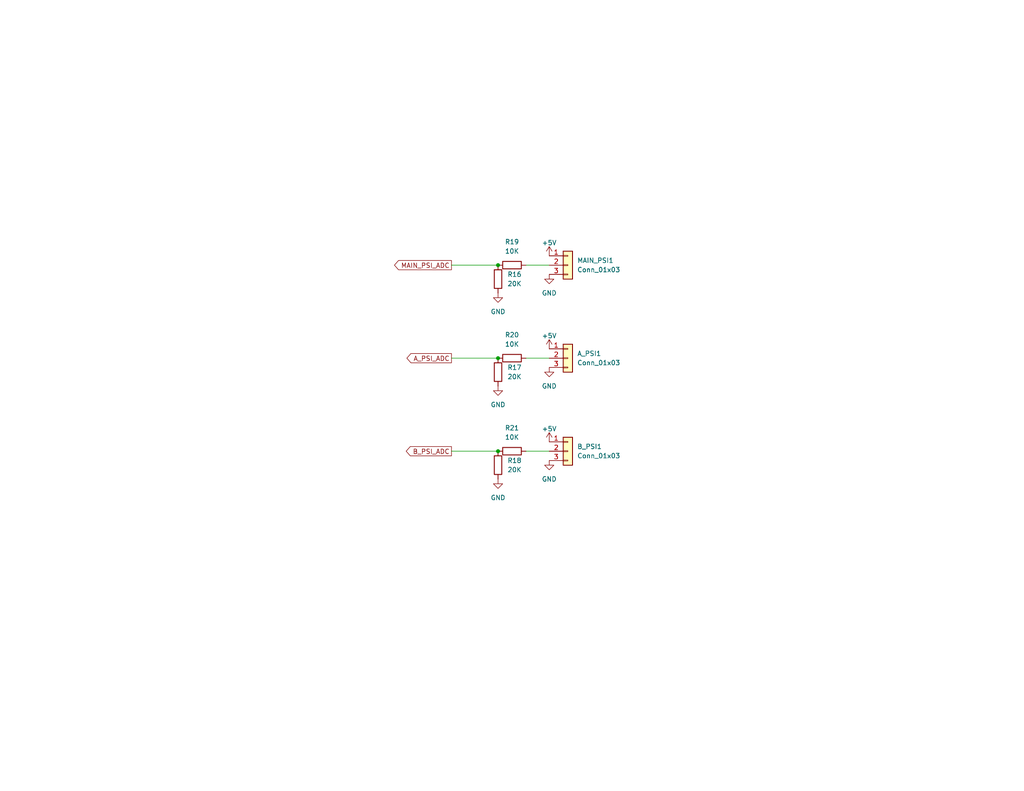
<source format=kicad_sch>
(kicad_sch (version 20211123) (generator eeschema)
  (paper "A")
  (title_block (title "Pressure Sensors") (date "2022-10-17") (rev "1") (company "i3Detroit"))
  (lib_symbols
    (symbol "Connector_Generic:Conn_01x03" (pin_names (offset 1.016) hide)
      (property "Reference" "J" (at 0 5.08 0))
      (property "Value" "Conn_01x03" (at 0 -5.08 0))
      (symbol "Conn_01x03_1_1"
        (rectangle (start -1.27 -2.413) (end 0 -2.667) (stroke (width 0.1524)))
        (rectangle (start -1.27 0.127) (end 0 -0.127) (stroke (width 0.1524)))
        (rectangle (start -1.27 2.667) (end 0 2.413) (stroke (width 0.1524)))
        (rectangle (start -1.27 3.81) (end 1.27 -3.81) (stroke (width 0.254)) (fill (type background)))
        (pin passive line (at -5.08 2.54 0) (length 3.81) (name "Pin_1") (number "1"))
        (pin passive line (at -5.08 0 0) (length 3.81) (name "Pin_2") (number "2"))
        (pin passive line (at -5.08 -2.54 0) (length 3.81) (name "Pin_3") (number "3"))
      )
    )
    (symbol "Device:R" (pin_numbers hide) (pin_names (offset 0))
      (property "Reference" "R" (at 2.032 0 90))
      (property "Value" "R" (at 0 0 90))
      (symbol "R_0_1"
        (rectangle (start -1.016 -2.54) (end 1.016 2.54) (stroke (width 0.254)))
      )
      (symbol "R_1_1"
        (pin passive line (at 0 3.81 270) (length 1.27) (name "~") (number "1"))
        (pin passive line (at 0 -3.81 90) (length 1.27) (name "~") (number "2"))
      )
    )
    (symbol "power:+5V" (power) (pin_names (offset 0))
      (property "Value" "+5V" (at 0 3.556 0))
      (symbol "+5V_0_1"
        (polyline (pts (xy -0.762 1.27) (xy 0 2.54)))
        (polyline (pts (xy 0 0) (xy 0 2.54)))
        (polyline (pts (xy 0 2.54) (xy 0.762 1.27)))
      )
      (symbol "+5V_1_1"
        (pin power_in line (at 0 0 90) (length 0) hide (name "+5V") (number "1"))
      )
    )
    (symbol "power:GND" (power) (pin_names (offset 0))
      (property "Value" "GND" (at 0 -3.81 0))
      (symbol "GND_0_1"
        (polyline (pts (xy 0 0) (xy 0 -1.27) (xy 1.27 -1.27) (xy 0 -2.54) (xy -1.27 -1.27) (xy 0 -1.27)))
      )
      (symbol "GND_1_1"
        (pin power_in line (at 0 0 270) (length 0) hide (name "GND") (number "1"))
      )
    )
  )
  (junction (at 135.89 72.39))
  (junction (at 135.89 123.19))
  (junction (at 135.89 97.79))
  (wire (pts (xy 123.19 123.19) (xy 135.89 123.19)))
  (wire (pts (xy 123.19 97.79) (xy 135.89 97.79)))
  (wire (pts (xy 143.51 72.39) (xy 149.86 72.39)))
  (wire (pts (xy 123.19 72.39) (xy 135.89 72.39)))
  (wire (pts (xy 143.51 123.19) (xy 149.86 123.19)))
  (wire (pts (xy 143.51 97.79) (xy 149.86 97.79)))
  (global_label "MAIN_PSI_ADC" (shape output) (at 123.19 72.39 180) (property "Intersheet References" "${INTERSHEET_REFS}" (at 107.6536 72.3106 0) (effects (justify right))))
  (global_label "B_PSI_ADC" (shape output) (at 123.19 123.19 180) (property "Intersheet References" "${INTERSHEET_REFS}" (at 110.8588 123.1106 0) (effects (justify right))))
  (global_label "A_PSI_ADC" (shape output) (at 123.19 97.79 180) (property "Intersheet References" "${INTERSHEET_REFS}" (at 111.0402 97.7106 0) (effects (justify right))))
  (symbol (lib_id "Connector_Generic:Conn_01x03") (at 154.94 72.39 0) (unit 1)
    (property "Reference" "MAIN_PSI1" (at 157.48 71.1199 0) (effects (justify left)))
    (property "Value" "Conn_01x03" (at 157.48 73.6599 0) (effects (justify left)))
    (property "Footprint" "Connector_JST:JST_PH_B3B-PH-K_1x03_P2.00mm_Vertical" (effects hide))
  )
  (symbol (lib_id "Device:R") (at 139.7 97.79 90) (unit 1)
    (property "Reference" "R20" (at 139.7 91.44 90))
    (property "Value" "10K" (at 139.7 93.98 90))
    (property "Footprint" "Resistor_SMD:R_0603_1608Metric" (effects hide))
  )
  (symbol (lib_id "Device:R") (at 135.89 101.6 180) (unit 1)
    (property "Reference" "R17" (at 138.43 100.3299 0) (effects (justify right)))
    (property "Value" "20K" (at 138.43 102.8699 0) (effects (justify right)))
    (property "Footprint" "Resistor_SMD:R_0603_1608Metric" (effects hide))
  )
  (symbol (lib_id "power:GND") (at 135.89 80.01 0) (unit 1)
    (property "Reference" "#PWR047" (effects hide))
    (property "Value" "GND" (at 135.89 85.09 0))
  )
  (symbol (lib_id "power:GND") (at 149.86 125.73 0) (unit 1)
    (property "Reference" "#PWR055" (effects hide))
    (property "Value" "GND" (at 149.86 130.81 0))
  )
  (symbol (lib_id "Device:R") (at 139.7 123.19 90) (unit 1)
    (property "Reference" "R21" (at 139.7 116.84 90))
    (property "Value" "10K" (at 139.7 119.38 90))
    (property "Footprint" "Resistor_SMD:R_0603_1608Metric" (effects hide))
  )
  (symbol (lib_id "power:GND") (at 135.89 105.41 0) (unit 1)
    (property "Reference" "#PWR048" (effects hide))
    (property "Value" "GND" (at 135.89 110.49 0))
  )
  (symbol (lib_id "Device:R") (at 135.89 127 180) (unit 1)
    (property "Reference" "R18" (at 138.43 125.7299 0) (effects (justify right)))
    (property "Value" "20K" (at 138.43 128.2699 0) (effects (justify right)))
    (property "Footprint" "Resistor_SMD:R_0603_1608Metric" (effects hide))
  )
  (symbol (lib_id "power:GND") (at 149.86 74.93 0) (unit 1)
    (property "Reference" "#PWR051" (effects hide))
    (property "Value" "GND" (at 149.86 80.01 0))
  )
  (symbol (lib_id "Device:R") (at 135.89 76.2 180) (unit 1)
    (property "Reference" "R16" (at 138.43 74.9299 0) (effects (justify right)))
    (property "Value" "20K" (at 138.43 77.4699 0) (effects (justify right)))
    (property "Footprint" "Resistor_SMD:R_0603_1608Metric" (effects hide))
  )
  (symbol (lib_id "Device:R") (at 139.7 72.39 90) (unit 1)
    (property "Reference" "R19" (at 139.7 66.04 90))
    (property "Value" "10K" (at 139.7 68.58 90))
    (property "Footprint" "Resistor_SMD:R_0603_1608Metric" (effects hide))
  )
  (symbol (lib_id "Connector_Generic:Conn_01x03") (at 154.94 97.79 0) (unit 1)
    (property "Reference" "A_PSI1" (at 157.48 96.5199 0) (effects (justify left)))
    (property "Value" "Conn_01x03" (at 157.48 99.0599 0) (effects (justify left)))
    (property "Footprint" "Connector_JST:JST_PH_B3B-PH-K_1x03_P2.00mm_Vertical" (effects hide))
  )
  (symbol (lib_id "Connector_Generic:Conn_01x03") (at 154.94 123.19 0) (unit 1)
    (property "Reference" "B_PSI1" (at 157.48 121.9199 0) (effects (justify left)))
    (property "Value" "Conn_01x03" (at 157.48 124.4599 0) (effects (justify left)))
    (property "Footprint" "Connector_JST:JST_PH_B3B-PH-K_1x03_P2.00mm_Vertical" (effects hide))
  )
  (symbol (lib_id "power:+5V") (at 149.86 69.85 0) (unit 1)
    (property "Reference" "#PWR050" (effects hide))
    (property "Value" "+5V" (at 149.86 66.294 0))
  )
  (symbol (lib_id "power:+5V") (at 149.86 120.65 0) (unit 1)
    (property "Reference" "#PWR054" (effects hide))
    (property "Value" "+5V" (at 149.86 117.094 0))
  )
  (symbol (lib_id "power:GND") (at 149.86 100.33 0) (unit 1)
    (property "Reference" "#PWR053" (effects hide))
    (property "Value" "GND" (at 149.86 105.41 0))
  )
  (symbol (lib_id "power:GND") (at 135.89 130.81 0) (unit 1)
    (property "Reference" "#PWR049" (effects hide))
    (property "Value" "GND" (at 135.89 135.89 0))
  )
  (symbol (lib_id "power:+5V") (at 149.86 95.25 0) (unit 1)
    (property "Reference" "#PWR052" (effects hide))
    (property "Value" "+5V" (at 149.86 91.694 0))
  )
)
</source>
